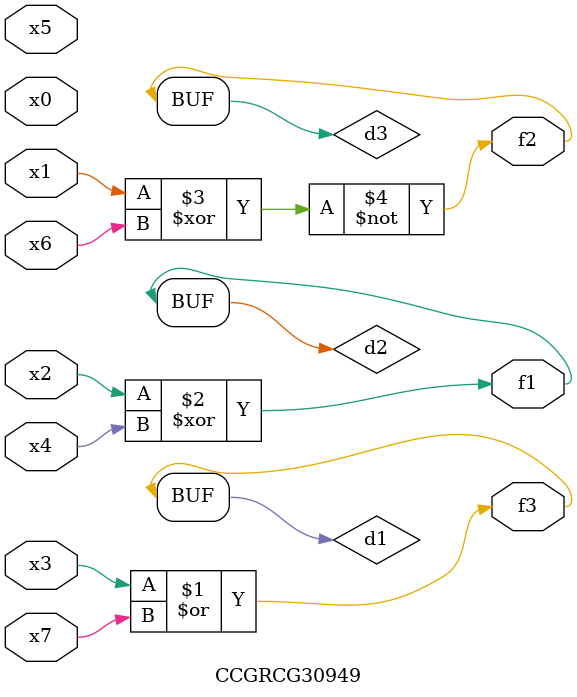
<source format=v>
module CCGRCG30949(
	input x0, x1, x2, x3, x4, x5, x6, x7,
	output f1, f2, f3
);

	wire d1, d2, d3;

	or (d1, x3, x7);
	xor (d2, x2, x4);
	xnor (d3, x1, x6);
	assign f1 = d2;
	assign f2 = d3;
	assign f3 = d1;
endmodule

</source>
